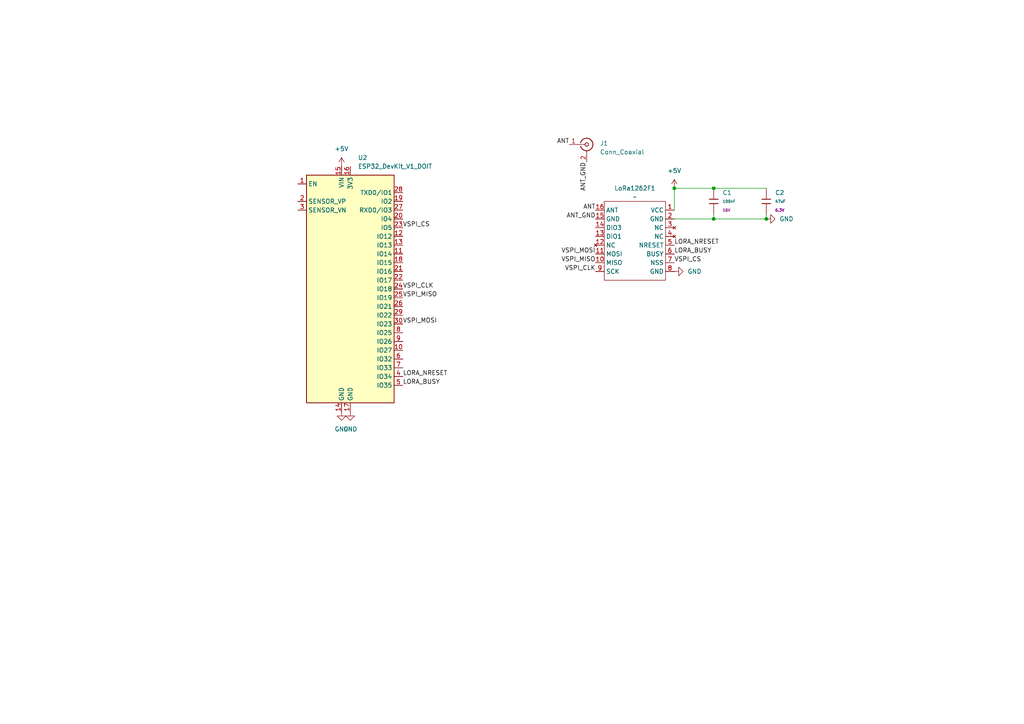
<source format=kicad_sch>
(kicad_sch (version 20231120) (generator "eeschema") (generator_version "8.0")
  (paper "A4")
  (lib_symbols
    (symbol "Connector:Conn_Coaxial" (pin_names (offset 1.016) hide)
      (property "Reference" "J" (at 0.254 3.048 0))
      (property "Value" "Conn_Coaxial" (at 2.921 0 90))
      (symbol "Conn_Coaxial_0_1"
        (arc (start -1.778 -0.508) (mid 0.2311 -1.8066) (end 1.778 0) (stroke (width 0.254)))
        (polyline (pts (xy -2.54 0) (xy -0.508 0)))
        (polyline (pts (xy 0 -2.54) (xy 0 -1.778)))
        (circle (center 0 0) (radius 0.508) (stroke (width 0.2032)))
        (arc (start 1.778 0) (mid 0.2099 1.8101) (end -1.778 0.508) (stroke (width 0.254)))
      )
      (symbol "Conn_Coaxial_1_1"
        (pin passive line (at -5.08 0 0) (length 2.54) (name "In") (number "1"))
        (pin passive line (at 0 -5.08 90) (length 2.54) (name "Ext") (number "2"))
      )
    )
    (symbol "JLCPCB-Capacitors:0402,100nF" (pin_numbers hide) (pin_names (offset 0))
      (property "Reference" "C" (at 2.032 1.668 0))
      (property "Value" "100nF" (at 2.032 -0.3782 0))
      (property "Voltage Rated" "16V" (at 2.032 -2.0462 0))
      (symbol "0402,100nF_0_1"
        (polyline (pts (xy -1.27 -0.635) (xy 1.27 -0.635)) (stroke (width 0.254)))
        (polyline (pts (xy -1.27 0.635) (xy 1.27 0.635)) (stroke (width 0.254)))
      )
      (symbol "0402,100nF_1_1"
        (pin passive line (at 0 3.81 270) (length 3.175) (name "~") (number "1"))
        (pin passive line (at 0 -3.81 90) (length 3.175) (name "~") (number "2"))
      )
    )
    (symbol "JLCPCB-Capacitors:0805,47uF" (pin_numbers hide) (pin_names (offset 0))
      (property "Reference" "C" (at 2.032 1.668 0))
      (property "Value" "47uF" (at 2.032 -0.3782 0))
      (property "Voltage Rated" "6.3V" (at 2.032 -2.0462 0))
      (symbol "0805,47uF_0_1"
        (polyline (pts (xy -1.27 -0.635) (xy 1.27 -0.635)) (stroke (width 0.254)))
        (polyline (pts (xy -1.27 0.635) (xy 1.27 0.635)) (stroke (width 0.254)))
      )
      (symbol "0805,47uF_1_1"
        (pin passive line (at 0 3.81 270) (length 3.175) (name "~") (number "1"))
        (pin passive line (at 0 -3.81 90) (length 3.175) (name "~") (number "2"))
      )
    )
    (symbol "PCM_Espressif:ESP32_DevKit_V1_DOIT"
      (property "Reference" "U" (at -11.43 34.29 0))
      (property "Value" "ESP32_DevKit_V1_DOIT" (at 11.43 34.29 0))
      (symbol "ESP32_DevKit_V1_DOIT_1_1"
        (rectangle (start -12.7 33.02) (end 12.7 -33.02) (stroke (width 0.254)) (fill (type background)))
        (pin input line (at -15.24 30.48 0) (length 2.54) (name "EN") (number "1"))
        (pin bidirectional line (at 15.24 -17.78 180) (length 2.54) (name "IO27") (number "10"))
        (pin bidirectional line (at 15.24 10.16 180) (length 2.54) (name "IO14") (number "11"))
        (pin bidirectional line (at 15.24 15.24 180) (length 2.54) (name "IO12") (number "12"))
        (pin bidirectional line (at 15.24 12.7 180) (length 2.54) (name "IO13") (number "13"))
        (pin power_in line (at -2.54 -35.56 90) (length 2.54) (name "GND") (number "14"))
        (pin power_in line (at -2.54 35.56 270) (length 2.54) (name "VIN") (number "15"))
        (pin power_in line (at 0 35.56 270) (length 2.54) (name "3V3") (number "16"))
        (pin power_in line (at 0 -35.56 90) (length 2.54) (name "GND") (number "17"))
        (pin bidirectional line (at 15.24 7.62 180) (length 2.54) (name "IO15") (number "18"))
        (pin bidirectional line (at 15.24 25.4 180) (length 2.54) (name "IO2") (number "19"))
        (pin input line (at -15.24 25.4 0) (length 2.54) (name "SENSOR_VP") (number "2"))
        (pin bidirectional line (at 15.24 20.32 180) (length 2.54) (name "IO4") (number "20"))
        (pin bidirectional line (at 15.24 5.08 180) (length 2.54) (name "IO16") (number "21"))
        (pin bidirectional line (at 15.24 2.54 180) (length 2.54) (name "IO17") (number "22"))
        (pin bidirectional line (at 15.24 17.78 180) (length 2.54) (name "IO5") (number "23"))
        (pin bidirectional line (at 15.24 0 180) (length 2.54) (name "IO18") (number "24"))
        (pin bidirectional line (at 15.24 -2.54 180) (length 2.54) (name "IO19") (number "25"))
        (pin bidirectional line (at 15.24 -5.08 180) (length 2.54) (name "IO21") (number "26"))
        (pin bidirectional line (at 15.24 22.86 180) (length 2.54) (name "RXD0/IO3") (number "27"))
        (pin bidirectional line (at 15.24 27.94 180) (length 2.54) (name "TXD0/IO1") (number "28"))
        (pin bidirectional line (at 15.24 -7.62 180) (length 2.54) (name "IO22") (number "29"))
        (pin input line (at -15.24 22.86 0) (length 2.54) (name "SENSOR_VN") (number "3"))
        (pin bidirectional line (at 15.24 -10.16 180) (length 2.54) (name "IO23") (number "30"))
        (pin input line (at 15.24 -25.4 180) (length 2.54) (name "IO34") (number "4"))
        (pin input line (at 15.24 -27.94 180) (length 2.54) (name "IO35") (number "5"))
        (pin bidirectional line (at 15.24 -20.32 180) (length 2.54) (name "IO32") (number "6"))
        (pin bidirectional line (at 15.24 -22.86 180) (length 2.54) (name "IO33") (number "7"))
        (pin bidirectional line (at 15.24 -12.7 180) (length 2.54) (name "IO25") (number "8"))
        (pin bidirectional line (at 15.24 -15.24 180) (length 2.54) (name "IO26") (number "9"))
      )
    )
    (symbol "lora1262f30:LoRa1262F30"
      (property "Reference" "LoRa1262F30" (at 0 -2.54 0))
      (symbol "LoRa1262F30_0_1"
        (rectangle (start -8.89 22.86) (end 8.89 0))
      )
      (symbol "LoRa1262F30_1_1"
        (pin power_in line (at 11.43 20.32 180) (length 2.54) (name "VCC") (number "1"))
        (pin input line (at -11.43 5.08 0) (length 2.54) (name "MISO") (number "10"))
        (pin input line (at -11.43 7.62 0) (length 2.54) (name "MOSI") (number "11"))
        (pin no_connect line (at -11.43 10.16 0) (length 2.54) (name "NC") (number "12"))
        (pin input line (at -11.43 12.7 0) (length 2.54) (name "DIO1") (number "13"))
        (pin input line (at -11.43 15.24 0) (length 2.54) (name "DIO3") (number "14"))
        (pin power_in line (at -11.43 17.78 0) (length 2.54) (name "GND") (number "15"))
        (pin input line (at -11.43 20.32 0) (length 2.54) (name "ANT") (number "16"))
        (pin power_in line (at 11.43 17.78 180) (length 2.54) (name "GND") (number "2"))
        (pin no_connect line (at 11.43 15.24 180) (length 2.54) (name "NC") (number "3"))
        (pin no_connect line (at 11.43 12.7 180) (length 2.54) (name "NC") (number "4"))
        (pin input line (at 11.43 10.16 180) (length 2.54) (name "NRESET") (number "5"))
        (pin input line (at 11.43 7.62 180) (length 2.54) (name "BUSY") (number "6"))
        (pin input line (at 11.43 5.08 180) (length 2.54) (name "NSS") (number "7"))
        (pin power_in line (at 11.43 2.54 180) (length 2.54) (name "GND") (number "8"))
        (pin input line (at -11.43 2.54 0) (length 2.54) (name "SCK") (number "9"))
      )
    )
    (symbol "power:+5V" (power) (pin_numbers hide) (pin_names (offset 0) hide)
      (property "Value" "+5V" (at 0 3.556 0))
      (symbol "+5V_0_1"
        (polyline (pts (xy -0.762 1.27) (xy 0 2.54)))
        (polyline (pts (xy 0 0) (xy 0 2.54)))
        (polyline (pts (xy 0 2.54) (xy 0.762 1.27)))
      )
      (symbol "+5V_1_1"
        (pin power_in line (at 0 0 90) (length 0) (name "~") (number "1"))
      )
    )
    (symbol "power:GND" (power) (pin_numbers hide) (pin_names (offset 0) hide)
      (property "Value" "GND" (at 0 -3.81 0))
      (symbol "GND_0_1"
        (polyline (pts (xy 0 0) (xy 0 -1.27) (xy 1.27 -1.27) (xy 0 -2.54) (xy -1.27 -1.27) (xy 0 -1.27)))
      )
      (symbol "GND_1_1"
        (pin power_in line (at 0 0 270) (length 0) (name "~") (number "1"))
      )
    )
  )
  (junction (at 207.01 54.61))
  (junction (at 222.25 63.5))
  (junction (at 207.01 63.5))
  (junction (at 195.58 54.61))
  (wire (pts (xy 222.25 63.5) (xy 207.01 63.5)))
  (wire (pts (xy 222.25 62.23) (xy 222.25 63.5)))
  (wire (pts (xy 207.01 54.61) (xy 222.25 54.61)))
  (wire (pts (xy 195.58 63.5) (xy 207.01 63.5)))
  (wire (pts (xy 207.01 63.5) (xy 207.01 62.23)))
  (wire (pts (xy 195.58 54.61) (xy 207.01 54.61)))
  (wire (pts (xy 195.58 60.96) (xy 195.58 54.61)))
  (label "LORA_BUSY" (at 116.84 111.76 0))
  (label "VSPI_CLK" (at 116.84 83.82 0))
  (label "VSPI_CS" (at 195.58 76.2 0))
  (label "LORA_NRESET" (at 116.84 109.22 0))
  (label "VSPI_MISO" (at 172.72 76.2 180))
  (label "VSPI_MOSI" (at 172.72 73.66 180))
  (label "LORA_NRESET" (at 195.58 71.12 0))
  (label "LORA_BUSY" (at 195.58 73.66 0))
  (label "VSPI_CS" (at 116.84 66.04 0))
  (label "VSPI_MOSI" (at 116.84 93.98 0))
  (label "ANT" (at 165.1 41.91 180))
  (label "ANT_GND" (at 172.72 63.5 180))
  (label "ANT" (at 172.72 60.96 180))
  (label "VSPI_MISO" (at 116.84 86.36 0))
  (label "ANT_GND" (at 170.18 46.99 270))
  (label "VSPI_CLK" (at 172.72 78.74 180))
  (symbol (lib_id "lora1262f30:LoRa1262F30") (at 184.15 81.28 0) (unit 1)
    (property "Reference" "LoRa1262F1" (at 184.15 54.61 0))
    (property "Value" "~" (at 184.15 57.15 0))
    (property "Footprint" "NiceRF:LoRa1262F30" (effects (hide yes)))
    (property "Datasheet" "https://www.nicerf.com/lora-module/sx1262-lora-module-lora1262f30.html" (effects (hide yes)))
    (property "Description" "Nice RF Module" (effects (hide yes)))
  )
  (symbol (lib_id "PCM_Espressif:ESP32_DevKit_V1_DOIT") (at 101.6 83.82 0) (unit 1)
    (property "Reference" "U2" (at 103.7941 45.72 0) (effects (justify left)))
    (property "Value" "ESP32_DevKit_V1_DOIT" (at 103.7941 48.26 0) (effects (justify left)))
    (property "Footprint" "ESP32_DevKit_V1_DOIT:esp32_devkit_v1_doit" (effects (hide yes)))
    (property "Datasheet" "https://aliexpress.com/item/32864722159.html" (effects (hide yes)))
    (property "Description" "32-bit microcontroller module with WiFi and Bluetooth" (effects (hide yes)))
  )
  (symbol (lib_id "Connector:Conn_Coaxial") (at 170.18 41.91 0) (unit 1)
    (property "Reference" "J1" (at 173.99 41.5682 0) (effects (justify left)))
    (property "Value" "Conn_Coaxial" (at 173.99 44.1082 0) (effects (justify left)))
    (property "Footprint" "Custom Footprint:LPRS_SMA_CONNECTOR" (effects (hide yes)))
    (property "Datasheet" " ~" (effects (hide yes)))
  )
  (symbol (lib_id "power:GND") (at 195.58 78.74 90) (unit 1)
    (property "Reference" "#PWR03" (effects (hide yes)))
    (property "Value" "GND" (at 199.39 78.7399 90) (effects (justify right)))
    (property "Description" "Power symbol creates a global label with name \"GND\" , ground" (effects (hide yes)))
  )
  (symbol (lib_id "power:+5V") (at 99.06 48.26 0) (unit 1)
    (property "Reference" "#PWR05" (effects (hide yes)))
    (property "Value" "+5V" (at 99.06 43.18 0))
    (property "Description" "Power symbol creates a global label with name \"+5V\"" (effects (hide yes)))
  )
  (symbol (lib_id "power:GND") (at 99.06 119.38 0) (unit 1)
    (property "Reference" "#PWR06" (effects (hide yes)))
    (property "Value" "GND" (at 99.06 124.46 0))
    (property "Description" "Power symbol creates a global label with name \"GND\" , ground" (effects (hide yes)))
  )
  (symbol (lib_id "JLCPCB-Capacitors:0805,47uF") (at 222.25 58.42 0) (unit 1)
    (property "Reference" "C2" (at 224.79 55.8799 0) (effects (justify left)))
    (property "Value" "47uF" (at 224.79 58.42 0) (effects (font (size 0.8 0.8)) (justify left)))
    (property "Footprint" "JLCPCB-Kicad-Footprints:C_0805" (effects (hide yes)))
    (property "Datasheet" "https://www.lcsc.com/datasheet/lcsc_datasheet_2304140030_Samsung-Electro-Mechanics-CL21A476MQYNNNE_C16780.pdf" (effects (hide yes)))
    (property "Description" "6.3V 47uF X5R ±20% 0805 Multilayer Ceramic Capacitors MLCC - SMD/SMT ROHS" (effects (hide yes)))
    (property "LCSC" "C16780" (effects (hide yes)))
    (property "Stock" "707959" (effects (hide yes)))
    (property "Price" "0.022USD" (effects (hide yes)))
    (property "Process" "SMT" (effects (hide yes)))
    (property "Minimum Qty" "20" (effects (hide yes)))
    (property "Attrition Qty" "6" (effects (hide yes)))
    (property "Class" "Basic Component" (effects (hide yes)))
    (property "Category" "Capacitors,Multilayer Ceramic Capacitors MLCC - SMD/SMT" (effects (hide yes)))
    (property "Manufacturer" "Samsung Electro-Mechanics" (effects (hide yes)))
    (property "Part" "CL21A476MQYNNNE" (effects (hide yes)))
    (property "Voltage Rated" "6.3V" (at 224.79 60.96 0) (effects (font (size 0.8 0.8)) (justify left)))
    (property "Tolerance" "±20%" (effects (hide yes)))
    (property "Capacitance" "47uF" (effects (hide yes)))
    (property "Temperature Coefficient" "X5R" (effects (hide yes)))
  )
  (symbol (lib_id "power:+5V") (at 195.58 54.61 0) (unit 1)
    (property "Reference" "#PWR04" (effects (hide yes)))
    (property "Value" "+5V" (at 195.58 49.53 0))
    (property "Description" "Power symbol creates a global label with name \"+5V\"" (effects (hide yes)))
  )
  (symbol (lib_id "power:GND") (at 222.25 63.5 90) (unit 1)
    (property "Reference" "#PWR01" (effects (hide yes)))
    (property "Value" "GND" (at 226.06 63.4999 90) (effects (justify right)))
    (property "Description" "Power symbol creates a global label with name \"GND\" , ground" (effects (hide yes)))
  )
  (symbol (lib_id "power:GND") (at 101.6 119.38 0) (unit 1)
    (property "Reference" "#PWR02" (effects (hide yes)))
    (property "Value" "GND" (at 101.6 124.46 0))
    (property "Description" "Power symbol creates a global label with name \"GND\" , ground" (effects (hide yes)))
  )
  (symbol (lib_id "JLCPCB-Capacitors:0402,100nF") (at 207.01 58.42 0) (unit 1)
    (property "Reference" "C1" (at 209.55 55.8799 0) (effects (justify left)))
    (property "Value" "100nF" (at 209.55 58.42 0) (effects (font (size 0.8 0.8)) (justify left)))
    (property "Footprint" "JLCPCB-Kicad-Footprints:C_0402" (effects (hide yes)))
    (property "Datasheet" "https://www.lcsc.com/datasheet/lcsc_datasheet_2304140030_Samsung-Electro-Mechanics-CL05B104KO5NNNC_C1525.pdf" (effects (hide yes)))
    (property "Description" "16V 100nF X7R ±10% 0402 Multilayer Ceramic Capacitors MLCC - SMD/SMT ROHS" (effects (hide yes)))
    (property "LCSC" "C1525" (effects (hide yes)))
    (property "Stock" "16101283" (effects (hide yes)))
    (property "Price" "0.004USD" (effects (hide yes)))
    (property "Process" "SMT" (effects (hide yes)))
    (property "Minimum Qty" "20" (effects (hide yes)))
    (property "Attrition Qty" "10" (effects (hide yes)))
    (property "Class" "Basic Component" (effects (hide yes)))
    (property "Category" "Capacitors,Multilayer Ceramic Capacitors MLCC - SMD/SMT" (effects (hide yes)))
    (property "Manufacturer" "Samsung Electro-Mechanics" (effects (hide yes)))
    (property "Part" "CL05B104KO5NNNC" (effects (hide yes)))
    (property "Voltage Rated" "16V" (at 209.55 60.96 0) (effects (font (size 0.8 0.8)) (justify left)))
    (property "Tolerance" "±10%" (effects (hide yes)))
    (property "Capacitance" "100nF" (effects (hide yes)))
    (property "Temperature Coefficient" "X7R" (effects (hide yes)))
  )
)
</source>
